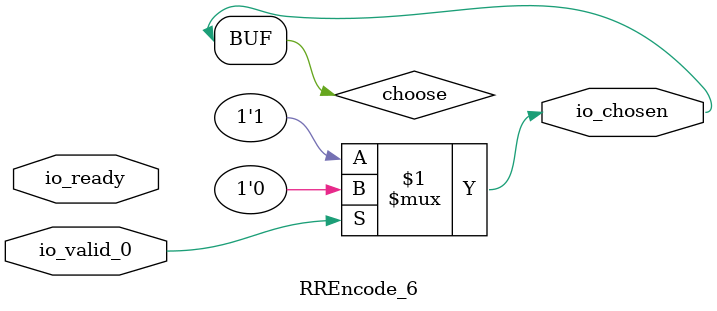
<source format=v>
module RREncode_6(
    input  io_valid_0,
    output io_chosen,
    input  io_ready);
  wire choose;
  assign io_chosen = choose;
  assign choose = io_valid_0 ? 1'h0 : 1'h1;
endmodule
</source>
